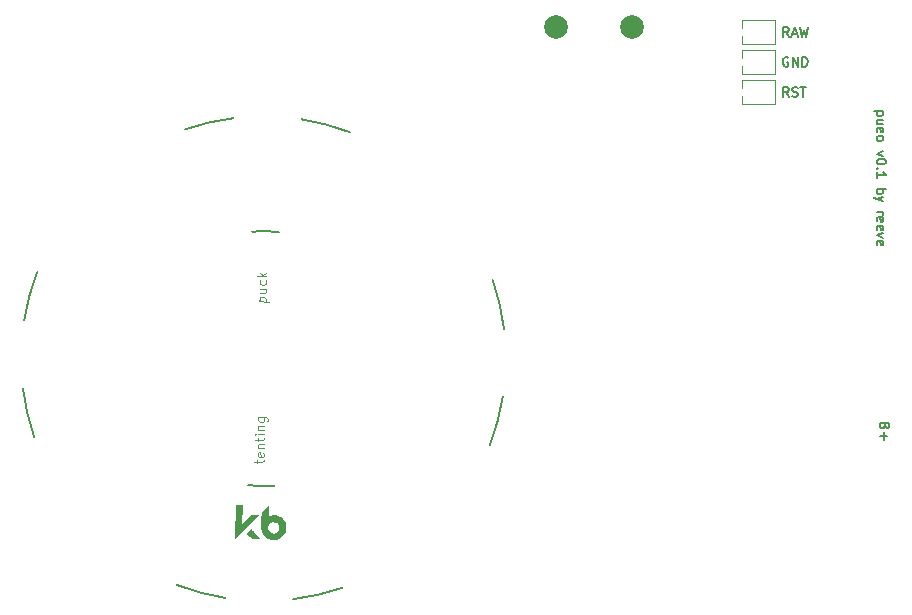
<source format=gbr>
%TF.GenerationSoftware,KiCad,Pcbnew,8.0.5*%
%TF.CreationDate,2024-09-22T11:05:02+10:00*%
%TF.ProjectId,pueo,7075656f-2e6b-4696-9361-645f70636258,0.1*%
%TF.SameCoordinates,Original*%
%TF.FileFunction,Legend,Top*%
%TF.FilePolarity,Positive*%
%FSLAX46Y46*%
G04 Gerber Fmt 4.6, Leading zero omitted, Abs format (unit mm)*
G04 Created by KiCad (PCBNEW 8.0.5) date 2024-09-22 11:05:02*
%MOMM*%
%LPD*%
G01*
G04 APERTURE LIST*
%ADD10C,0.150000*%
%ADD11C,0.100000*%
%ADD12C,0.120000*%
%ADD13C,0.200000*%
%ADD14C,0.010000*%
%ADD15C,2.000000*%
G04 APERTURE END LIST*
D10*
X200314948Y-54031160D02*
X199514948Y-54031160D01*
X200276852Y-54031160D02*
X200314948Y-54107350D01*
X200314948Y-54107350D02*
X200314948Y-54259731D01*
X200314948Y-54259731D02*
X200276852Y-54335922D01*
X200276852Y-54335922D02*
X200238757Y-54374017D01*
X200238757Y-54374017D02*
X200162567Y-54412112D01*
X200162567Y-54412112D02*
X199933995Y-54412112D01*
X199933995Y-54412112D02*
X199857805Y-54374017D01*
X199857805Y-54374017D02*
X199819710Y-54335922D01*
X199819710Y-54335922D02*
X199781614Y-54259731D01*
X199781614Y-54259731D02*
X199781614Y-54107350D01*
X199781614Y-54107350D02*
X199819710Y-54031160D01*
X200314948Y-55097827D02*
X199781614Y-55097827D01*
X200314948Y-54754970D02*
X199895900Y-54754970D01*
X199895900Y-54754970D02*
X199819710Y-54793065D01*
X199819710Y-54793065D02*
X199781614Y-54869255D01*
X199781614Y-54869255D02*
X199781614Y-54983541D01*
X199781614Y-54983541D02*
X199819710Y-55059732D01*
X199819710Y-55059732D02*
X199857805Y-55097827D01*
X199819710Y-55783542D02*
X199781614Y-55707351D01*
X199781614Y-55707351D02*
X199781614Y-55554970D01*
X199781614Y-55554970D02*
X199819710Y-55478780D01*
X199819710Y-55478780D02*
X199895900Y-55440684D01*
X199895900Y-55440684D02*
X200200662Y-55440684D01*
X200200662Y-55440684D02*
X200276852Y-55478780D01*
X200276852Y-55478780D02*
X200314948Y-55554970D01*
X200314948Y-55554970D02*
X200314948Y-55707351D01*
X200314948Y-55707351D02*
X200276852Y-55783542D01*
X200276852Y-55783542D02*
X200200662Y-55821637D01*
X200200662Y-55821637D02*
X200124471Y-55821637D01*
X200124471Y-55821637D02*
X200048281Y-55440684D01*
X199781614Y-56278779D02*
X199819710Y-56202589D01*
X199819710Y-56202589D02*
X199857805Y-56164494D01*
X199857805Y-56164494D02*
X199933995Y-56126398D01*
X199933995Y-56126398D02*
X200162567Y-56126398D01*
X200162567Y-56126398D02*
X200238757Y-56164494D01*
X200238757Y-56164494D02*
X200276852Y-56202589D01*
X200276852Y-56202589D02*
X200314948Y-56278779D01*
X200314948Y-56278779D02*
X200314948Y-56393065D01*
X200314948Y-56393065D02*
X200276852Y-56469256D01*
X200276852Y-56469256D02*
X200238757Y-56507351D01*
X200238757Y-56507351D02*
X200162567Y-56545446D01*
X200162567Y-56545446D02*
X199933995Y-56545446D01*
X199933995Y-56545446D02*
X199857805Y-56507351D01*
X199857805Y-56507351D02*
X199819710Y-56469256D01*
X199819710Y-56469256D02*
X199781614Y-56393065D01*
X199781614Y-56393065D02*
X199781614Y-56278779D01*
X200314948Y-57421637D02*
X199781614Y-57612113D01*
X199781614Y-57612113D02*
X200314948Y-57802590D01*
X200581614Y-58259733D02*
X200581614Y-58335923D01*
X200581614Y-58335923D02*
X200543519Y-58412114D01*
X200543519Y-58412114D02*
X200505424Y-58450209D01*
X200505424Y-58450209D02*
X200429233Y-58488304D01*
X200429233Y-58488304D02*
X200276852Y-58526399D01*
X200276852Y-58526399D02*
X200086376Y-58526399D01*
X200086376Y-58526399D02*
X199933995Y-58488304D01*
X199933995Y-58488304D02*
X199857805Y-58450209D01*
X199857805Y-58450209D02*
X199819710Y-58412114D01*
X199819710Y-58412114D02*
X199781614Y-58335923D01*
X199781614Y-58335923D02*
X199781614Y-58259733D01*
X199781614Y-58259733D02*
X199819710Y-58183542D01*
X199819710Y-58183542D02*
X199857805Y-58145447D01*
X199857805Y-58145447D02*
X199933995Y-58107352D01*
X199933995Y-58107352D02*
X200086376Y-58069256D01*
X200086376Y-58069256D02*
X200276852Y-58069256D01*
X200276852Y-58069256D02*
X200429233Y-58107352D01*
X200429233Y-58107352D02*
X200505424Y-58145447D01*
X200505424Y-58145447D02*
X200543519Y-58183542D01*
X200543519Y-58183542D02*
X200581614Y-58259733D01*
X199857805Y-58869257D02*
X199819710Y-58907352D01*
X199819710Y-58907352D02*
X199781614Y-58869257D01*
X199781614Y-58869257D02*
X199819710Y-58831161D01*
X199819710Y-58831161D02*
X199857805Y-58869257D01*
X199857805Y-58869257D02*
X199781614Y-58869257D01*
X199781614Y-59669256D02*
X199781614Y-59212113D01*
X199781614Y-59440685D02*
X200581614Y-59440685D01*
X200581614Y-59440685D02*
X200467329Y-59364494D01*
X200467329Y-59364494D02*
X200391138Y-59288304D01*
X200391138Y-59288304D02*
X200353043Y-59212113D01*
X199781614Y-60621638D02*
X200581614Y-60621638D01*
X200276852Y-60621638D02*
X200314948Y-60697828D01*
X200314948Y-60697828D02*
X200314948Y-60850209D01*
X200314948Y-60850209D02*
X200276852Y-60926400D01*
X200276852Y-60926400D02*
X200238757Y-60964495D01*
X200238757Y-60964495D02*
X200162567Y-61002590D01*
X200162567Y-61002590D02*
X199933995Y-61002590D01*
X199933995Y-61002590D02*
X199857805Y-60964495D01*
X199857805Y-60964495D02*
X199819710Y-60926400D01*
X199819710Y-60926400D02*
X199781614Y-60850209D01*
X199781614Y-60850209D02*
X199781614Y-60697828D01*
X199781614Y-60697828D02*
X199819710Y-60621638D01*
X200314948Y-61269257D02*
X199781614Y-61459733D01*
X200314948Y-61650210D02*
X199781614Y-61459733D01*
X199781614Y-61459733D02*
X199591138Y-61383543D01*
X199591138Y-61383543D02*
X199553043Y-61345448D01*
X199553043Y-61345448D02*
X199514948Y-61269257D01*
X199781614Y-62564496D02*
X200314948Y-62564496D01*
X200162567Y-62564496D02*
X200238757Y-62602591D01*
X200238757Y-62602591D02*
X200276852Y-62640686D01*
X200276852Y-62640686D02*
X200314948Y-62716877D01*
X200314948Y-62716877D02*
X200314948Y-62793067D01*
X199819710Y-63364496D02*
X199781614Y-63288305D01*
X199781614Y-63288305D02*
X199781614Y-63135924D01*
X199781614Y-63135924D02*
X199819710Y-63059734D01*
X199819710Y-63059734D02*
X199895900Y-63021638D01*
X199895900Y-63021638D02*
X200200662Y-63021638D01*
X200200662Y-63021638D02*
X200276852Y-63059734D01*
X200276852Y-63059734D02*
X200314948Y-63135924D01*
X200314948Y-63135924D02*
X200314948Y-63288305D01*
X200314948Y-63288305D02*
X200276852Y-63364496D01*
X200276852Y-63364496D02*
X200200662Y-63402591D01*
X200200662Y-63402591D02*
X200124471Y-63402591D01*
X200124471Y-63402591D02*
X200048281Y-63021638D01*
X199819710Y-64050210D02*
X199781614Y-63974019D01*
X199781614Y-63974019D02*
X199781614Y-63821638D01*
X199781614Y-63821638D02*
X199819710Y-63745448D01*
X199819710Y-63745448D02*
X199895900Y-63707352D01*
X199895900Y-63707352D02*
X200200662Y-63707352D01*
X200200662Y-63707352D02*
X200276852Y-63745448D01*
X200276852Y-63745448D02*
X200314948Y-63821638D01*
X200314948Y-63821638D02*
X200314948Y-63974019D01*
X200314948Y-63974019D02*
X200276852Y-64050210D01*
X200276852Y-64050210D02*
X200200662Y-64088305D01*
X200200662Y-64088305D02*
X200124471Y-64088305D01*
X200124471Y-64088305D02*
X200048281Y-63707352D01*
X200314948Y-64354971D02*
X199781614Y-64545447D01*
X199781614Y-64545447D02*
X200314948Y-64735924D01*
X199819710Y-65345448D02*
X199781614Y-65269257D01*
X199781614Y-65269257D02*
X199781614Y-65116876D01*
X199781614Y-65116876D02*
X199819710Y-65040686D01*
X199819710Y-65040686D02*
X199895900Y-65002590D01*
X199895900Y-65002590D02*
X200200662Y-65002590D01*
X200200662Y-65002590D02*
X200276852Y-65040686D01*
X200276852Y-65040686D02*
X200314948Y-65116876D01*
X200314948Y-65116876D02*
X200314948Y-65269257D01*
X200314948Y-65269257D02*
X200276852Y-65345448D01*
X200276852Y-65345448D02*
X200200662Y-65383543D01*
X200200662Y-65383543D02*
X200124471Y-65383543D01*
X200124471Y-65383543D02*
X200048281Y-65002590D01*
X200478350Y-80688146D02*
X200440255Y-80802432D01*
X200440255Y-80802432D02*
X200402159Y-80840527D01*
X200402159Y-80840527D02*
X200325969Y-80878623D01*
X200325969Y-80878623D02*
X200211683Y-80878623D01*
X200211683Y-80878623D02*
X200135493Y-80840527D01*
X200135493Y-80840527D02*
X200097398Y-80802432D01*
X200097398Y-80802432D02*
X200059302Y-80726242D01*
X200059302Y-80726242D02*
X200059302Y-80421480D01*
X200059302Y-80421480D02*
X200859302Y-80421480D01*
X200859302Y-80421480D02*
X200859302Y-80688146D01*
X200859302Y-80688146D02*
X200821207Y-80764337D01*
X200821207Y-80764337D02*
X200783112Y-80802432D01*
X200783112Y-80802432D02*
X200706921Y-80840527D01*
X200706921Y-80840527D02*
X200630731Y-80840527D01*
X200630731Y-80840527D02*
X200554540Y-80802432D01*
X200554540Y-80802432D02*
X200516445Y-80764337D01*
X200516445Y-80764337D02*
X200478350Y-80688146D01*
X200478350Y-80688146D02*
X200478350Y-80421480D01*
X200364064Y-81221480D02*
X200364064Y-81831004D01*
X200059302Y-81526242D02*
X200668826Y-81526242D01*
X192331916Y-47703703D02*
X192065249Y-47322750D01*
X191874773Y-47703703D02*
X191874773Y-46903703D01*
X191874773Y-46903703D02*
X192179535Y-46903703D01*
X192179535Y-46903703D02*
X192255725Y-46941798D01*
X192255725Y-46941798D02*
X192293820Y-46979893D01*
X192293820Y-46979893D02*
X192331916Y-47056084D01*
X192331916Y-47056084D02*
X192331916Y-47170369D01*
X192331916Y-47170369D02*
X192293820Y-47246560D01*
X192293820Y-47246560D02*
X192255725Y-47284655D01*
X192255725Y-47284655D02*
X192179535Y-47322750D01*
X192179535Y-47322750D02*
X191874773Y-47322750D01*
X192636677Y-47475131D02*
X193017630Y-47475131D01*
X192560487Y-47703703D02*
X192827154Y-46903703D01*
X192827154Y-46903703D02*
X193093820Y-47703703D01*
X193284296Y-46903703D02*
X193474772Y-47703703D01*
X193474772Y-47703703D02*
X193627153Y-47132274D01*
X193627153Y-47132274D02*
X193779534Y-47703703D01*
X193779534Y-47703703D02*
X193970011Y-46903703D01*
X192331913Y-52783705D02*
X192065246Y-52402752D01*
X191874770Y-52783705D02*
X191874770Y-51983705D01*
X191874770Y-51983705D02*
X192179532Y-51983705D01*
X192179532Y-51983705D02*
X192255722Y-52021800D01*
X192255722Y-52021800D02*
X192293817Y-52059895D01*
X192293817Y-52059895D02*
X192331913Y-52136086D01*
X192331913Y-52136086D02*
X192331913Y-52250371D01*
X192331913Y-52250371D02*
X192293817Y-52326562D01*
X192293817Y-52326562D02*
X192255722Y-52364657D01*
X192255722Y-52364657D02*
X192179532Y-52402752D01*
X192179532Y-52402752D02*
X191874770Y-52402752D01*
X192636674Y-52745610D02*
X192750960Y-52783705D01*
X192750960Y-52783705D02*
X192941436Y-52783705D01*
X192941436Y-52783705D02*
X193017627Y-52745610D01*
X193017627Y-52745610D02*
X193055722Y-52707514D01*
X193055722Y-52707514D02*
X193093817Y-52631324D01*
X193093817Y-52631324D02*
X193093817Y-52555133D01*
X193093817Y-52555133D02*
X193055722Y-52478943D01*
X193055722Y-52478943D02*
X193017627Y-52440848D01*
X193017627Y-52440848D02*
X192941436Y-52402752D01*
X192941436Y-52402752D02*
X192789055Y-52364657D01*
X192789055Y-52364657D02*
X192712865Y-52326562D01*
X192712865Y-52326562D02*
X192674770Y-52288467D01*
X192674770Y-52288467D02*
X192636674Y-52212276D01*
X192636674Y-52212276D02*
X192636674Y-52136086D01*
X192636674Y-52136086D02*
X192674770Y-52059895D01*
X192674770Y-52059895D02*
X192712865Y-52021800D01*
X192712865Y-52021800D02*
X192789055Y-51983705D01*
X192789055Y-51983705D02*
X192979532Y-51983705D01*
X192979532Y-51983705D02*
X193093817Y-52021800D01*
X193322389Y-51983705D02*
X193779532Y-51983705D01*
X193550960Y-52783705D02*
X193550960Y-51983705D01*
X192274768Y-49481798D02*
X192198578Y-49443703D01*
X192198578Y-49443703D02*
X192084292Y-49443703D01*
X192084292Y-49443703D02*
X191970006Y-49481798D01*
X191970006Y-49481798D02*
X191893816Y-49557988D01*
X191893816Y-49557988D02*
X191855721Y-49634179D01*
X191855721Y-49634179D02*
X191817625Y-49786560D01*
X191817625Y-49786560D02*
X191817625Y-49900846D01*
X191817625Y-49900846D02*
X191855721Y-50053227D01*
X191855721Y-50053227D02*
X191893816Y-50129417D01*
X191893816Y-50129417D02*
X191970006Y-50205608D01*
X191970006Y-50205608D02*
X192084292Y-50243703D01*
X192084292Y-50243703D02*
X192160483Y-50243703D01*
X192160483Y-50243703D02*
X192274768Y-50205608D01*
X192274768Y-50205608D02*
X192312864Y-50167512D01*
X192312864Y-50167512D02*
X192312864Y-49900846D01*
X192312864Y-49900846D02*
X192160483Y-49900846D01*
X192655721Y-50243703D02*
X192655721Y-49443703D01*
X192655721Y-49443703D02*
X193112864Y-50243703D01*
X193112864Y-50243703D02*
X193112864Y-49443703D01*
X193493816Y-50243703D02*
X193493816Y-49443703D01*
X193493816Y-49443703D02*
X193684292Y-49443703D01*
X193684292Y-49443703D02*
X193798578Y-49481798D01*
X193798578Y-49481798D02*
X193874768Y-49557988D01*
X193874768Y-49557988D02*
X193912863Y-49634179D01*
X193912863Y-49634179D02*
X193950959Y-49786560D01*
X193950959Y-49786560D02*
X193950959Y-49900846D01*
X193950959Y-49900846D02*
X193912863Y-50053227D01*
X193912863Y-50053227D02*
X193874768Y-50129417D01*
X193874768Y-50129417D02*
X193798578Y-50205608D01*
X193798578Y-50205608D02*
X193684292Y-50243703D01*
X193684292Y-50243703D02*
X193493816Y-50243703D01*
D11*
X147348006Y-83826796D02*
X147353325Y-83522080D01*
X147083375Y-83707873D02*
X147768985Y-83719841D01*
X147768985Y-83719841D02*
X147845828Y-83683081D01*
X147845828Y-83683081D02*
X147885247Y-83607567D01*
X147885247Y-83607567D02*
X147886577Y-83531388D01*
X147858461Y-82959382D02*
X147895220Y-83036225D01*
X147895220Y-83036225D02*
X147892561Y-83188583D01*
X147892561Y-83188583D02*
X147853142Y-83264097D01*
X147853142Y-83264097D02*
X147776298Y-83300857D01*
X147776298Y-83300857D02*
X147471582Y-83295538D01*
X147471582Y-83295538D02*
X147396068Y-83256119D01*
X147396068Y-83256119D02*
X147359309Y-83179275D01*
X147359309Y-83179275D02*
X147361968Y-83026917D01*
X147361968Y-83026917D02*
X147401387Y-82951403D01*
X147401387Y-82951403D02*
X147478231Y-82914644D01*
X147478231Y-82914644D02*
X147554410Y-82915973D01*
X147554410Y-82915973D02*
X147623940Y-83298197D01*
X147369946Y-82569845D02*
X147903199Y-82579152D01*
X147446125Y-82571174D02*
X147408701Y-82532420D01*
X147408701Y-82532420D02*
X147371941Y-82455576D01*
X147371941Y-82455576D02*
X147373936Y-82341308D01*
X147373936Y-82341308D02*
X147413355Y-82265794D01*
X147413355Y-82265794D02*
X147490198Y-82229034D01*
X147490198Y-82229034D02*
X147909182Y-82236348D01*
X147380584Y-81960413D02*
X147385903Y-81655698D01*
X147115953Y-81841491D02*
X147801562Y-81853458D01*
X147801562Y-81853458D02*
X147878406Y-81816698D01*
X147878406Y-81816698D02*
X147917825Y-81741184D01*
X147917825Y-81741184D02*
X147919155Y-81665006D01*
X147923809Y-81398379D02*
X147390557Y-81389071D01*
X147123931Y-81384417D02*
X147161355Y-81423172D01*
X147161355Y-81423172D02*
X147200110Y-81385747D01*
X147200110Y-81385747D02*
X147162685Y-81346993D01*
X147162685Y-81346993D02*
X147123931Y-81384417D01*
X147123931Y-81384417D02*
X147200110Y-81385747D01*
X147397205Y-81008177D02*
X147930458Y-81017485D01*
X147473384Y-81009507D02*
X147435960Y-80970753D01*
X147435960Y-80970753D02*
X147399200Y-80893909D01*
X147399200Y-80893909D02*
X147401195Y-80779641D01*
X147401195Y-80779641D02*
X147440614Y-80704127D01*
X147440614Y-80704127D02*
X147517457Y-80667367D01*
X147517457Y-80667367D02*
X147936441Y-80674680D01*
X147415821Y-79941673D02*
X148063342Y-79952975D01*
X148063342Y-79952975D02*
X148138856Y-79992394D01*
X148138856Y-79992394D02*
X148176280Y-80031149D01*
X148176280Y-80031149D02*
X148213040Y-80107992D01*
X148213040Y-80107992D02*
X148211045Y-80222261D01*
X148211045Y-80222261D02*
X148171626Y-80297775D01*
X147910984Y-79950316D02*
X147947744Y-80027160D01*
X147947744Y-80027160D02*
X147945084Y-80179517D01*
X147945084Y-80179517D02*
X147905665Y-80255031D01*
X147905665Y-80255031D02*
X147866911Y-80292456D01*
X147866911Y-80292456D02*
X147790067Y-80329216D01*
X147790067Y-80329216D02*
X147561531Y-80325226D01*
X147561531Y-80325226D02*
X147486017Y-80285807D01*
X147486017Y-80285807D02*
X147448592Y-80247053D01*
X147448592Y-80247053D02*
X147411832Y-80170209D01*
X147411832Y-80170209D02*
X147414492Y-80017852D01*
X147414492Y-80017852D02*
X147453911Y-79942338D01*
X147523446Y-70137269D02*
X148323324Y-70151231D01*
X147561536Y-70137934D02*
X147524776Y-70061090D01*
X147524776Y-70061090D02*
X147527435Y-69908732D01*
X147527435Y-69908732D02*
X147566854Y-69833218D01*
X147566854Y-69833218D02*
X147605609Y-69795794D01*
X147605609Y-69795794D02*
X147682452Y-69759034D01*
X147682452Y-69759034D02*
X147910989Y-69763023D01*
X147910989Y-69763023D02*
X147986503Y-69802442D01*
X147986503Y-69802442D02*
X148023928Y-69841197D01*
X148023928Y-69841197D02*
X148060687Y-69918040D01*
X148060687Y-69918040D02*
X148058028Y-70070398D01*
X148058028Y-70070398D02*
X148018609Y-70145912D01*
X147542062Y-69070764D02*
X148075314Y-69080072D01*
X147536078Y-69413569D02*
X147955062Y-69420883D01*
X147955062Y-69420883D02*
X148031906Y-69384123D01*
X148031906Y-69384123D02*
X148071325Y-69308609D01*
X148071325Y-69308609D02*
X148073320Y-69194340D01*
X148073320Y-69194340D02*
X148036560Y-69117497D01*
X148036560Y-69117497D02*
X147999135Y-69078742D01*
X148049857Y-68355708D02*
X148086617Y-68432551D01*
X148086617Y-68432551D02*
X148083957Y-68584909D01*
X148083957Y-68584909D02*
X148044538Y-68660423D01*
X148044538Y-68660423D02*
X148005784Y-68697848D01*
X148005784Y-68697848D02*
X147928940Y-68734607D01*
X147928940Y-68734607D02*
X147700404Y-68730618D01*
X147700404Y-68730618D02*
X147624889Y-68691199D01*
X147624889Y-68691199D02*
X147587465Y-68652445D01*
X147587465Y-68652445D02*
X147550705Y-68575601D01*
X147550705Y-68575601D02*
X147553365Y-68423243D01*
X147553365Y-68423243D02*
X147592784Y-68347729D01*
X148093930Y-68013568D02*
X147294052Y-67999606D01*
X147790544Y-67932070D02*
X148099249Y-67708852D01*
X147565997Y-67699544D02*
X147865393Y-68009579D01*
D12*
%TO.C,MCU1*%
X188345005Y-49561411D02*
X188345006Y-48881409D01*
X188345006Y-48341409D02*
X188345008Y-47661408D01*
X188345006Y-48881409D02*
X191145005Y-48881410D01*
X188345007Y-47011408D02*
X188345008Y-46341405D01*
X188345007Y-50881407D02*
X188345007Y-50211409D01*
X188345007Y-51421408D02*
X191145005Y-51421410D01*
X188345007Y-52086408D02*
X188345007Y-51421408D01*
X188345007Y-53421408D02*
X188345007Y-52736409D01*
X188345008Y-46341405D02*
X191145007Y-46341408D01*
X191145005Y-48881410D02*
X191145008Y-50881409D01*
X191145005Y-51421410D02*
X191145006Y-53421408D01*
X191145006Y-48341407D02*
X188345006Y-48341409D01*
X191145006Y-53421408D02*
X188345007Y-53421408D01*
X191145007Y-46341408D02*
X191145006Y-48341407D01*
X191145008Y-50881409D02*
X188345007Y-50881407D01*
D13*
%TO.C,REF\u002A\u002A*%
X127594448Y-71764709D02*
G75*
G02*
X128700594Y-67632837I20266975J-3211683D01*
G01*
X128455979Y-81646797D02*
G75*
G02*
X127494708Y-77478839I19405457J6670381D01*
G01*
X141191092Y-55570903D02*
G75*
G02*
X145359051Y-54609632I6670428J-19405665D01*
G01*
X144649785Y-95243442D02*
G75*
G02*
X140517915Y-94137297I3211698J20267035D01*
G01*
X146920637Y-64222485D02*
G75*
G02*
X148049882Y-64183051I940841J-10753843D01*
G01*
X147673084Y-85769763D02*
G75*
G02*
X146545903Y-85690943I188392J10793277D01*
G01*
X148049882Y-64183051D02*
G75*
G02*
X149177063Y-64261872I-188397J-10793256D01*
G01*
X148802329Y-85730329D02*
G75*
G02*
X147673084Y-85769763I-940820J10753111D01*
G01*
X151073181Y-54709372D02*
G75*
G02*
X155205052Y-55815517I-3211698J-20267035D01*
G01*
X154531873Y-94381911D02*
G75*
G02*
X150363915Y-95343182I-6670471J19405846D01*
G01*
X167266988Y-68306019D02*
G75*
G02*
X168228259Y-72473975I-19405915J-6670484D01*
G01*
X168128518Y-78188105D02*
G75*
G02*
X167022373Y-82319975I-20266866J3211655D01*
G01*
D14*
X146017723Y-87394429D02*
X145989213Y-89027738D01*
X146806046Y-88239174D01*
X147094316Y-88247300D01*
X147382586Y-88255426D01*
X146520480Y-89100645D01*
X146400483Y-89218292D01*
X146283668Y-89332820D01*
X146171273Y-89443015D01*
X146064539Y-89547661D01*
X145964702Y-89645545D01*
X145873005Y-89735451D01*
X145790685Y-89816164D01*
X145718980Y-89886468D01*
X145659131Y-89945150D01*
X145612377Y-89990995D01*
X145579956Y-90022786D01*
X145565933Y-90036541D01*
X145473492Y-90127217D01*
X145521338Y-87385767D01*
X146017723Y-87394429D01*
G36*
X146017723Y-87394429D02*
G01*
X145989213Y-89027738D01*
X146806046Y-88239174D01*
X147094316Y-88247300D01*
X147382586Y-88255426D01*
X146520480Y-89100645D01*
X146400483Y-89218292D01*
X146283668Y-89332820D01*
X146171273Y-89443015D01*
X146064539Y-89547661D01*
X145964702Y-89645545D01*
X145873005Y-89735451D01*
X145790685Y-89816164D01*
X145718980Y-89886468D01*
X145659131Y-89945150D01*
X145612377Y-89990995D01*
X145579956Y-90022786D01*
X145565933Y-90036541D01*
X145473492Y-90127217D01*
X145521338Y-87385767D01*
X146017723Y-87394429D01*
G37*
X146788775Y-89448288D02*
X146811076Y-89471544D01*
X146844930Y-89507671D01*
X146888387Y-89554528D01*
X146939495Y-89609975D01*
X146996302Y-89671870D01*
X147056855Y-89738072D01*
X147119203Y-89806440D01*
X147181395Y-89874834D01*
X147241477Y-89941112D01*
X147297500Y-90003134D01*
X147347508Y-90058758D01*
X147389553Y-90105844D01*
X147421681Y-90142250D01*
X147441940Y-90165836D01*
X147444186Y-90168567D01*
X147471895Y-90202691D01*
X146851976Y-90191874D01*
X146681725Y-90012804D01*
X146628947Y-89957130D01*
X146579569Y-89904747D01*
X146536549Y-89858809D01*
X146502833Y-89822469D01*
X146481373Y-89798882D01*
X146478257Y-89795335D01*
X146445040Y-89756935D01*
X146608867Y-89598426D01*
X146659432Y-89549847D01*
X146704409Y-89507299D01*
X146741156Y-89473223D01*
X146767045Y-89450051D01*
X146779449Y-89440218D01*
X146779983Y-89440044D01*
X146788775Y-89448288D01*
G36*
X146788775Y-89448288D02*
G01*
X146811076Y-89471544D01*
X146844930Y-89507671D01*
X146888387Y-89554528D01*
X146939495Y-89609975D01*
X146996302Y-89671870D01*
X147056855Y-89738072D01*
X147119203Y-89806440D01*
X147181395Y-89874834D01*
X147241477Y-89941112D01*
X147297500Y-90003134D01*
X147347508Y-90058758D01*
X147389553Y-90105844D01*
X147421681Y-90142250D01*
X147441940Y-90165836D01*
X147444186Y-90168567D01*
X147471895Y-90202691D01*
X146851976Y-90191874D01*
X146681725Y-90012804D01*
X146628947Y-89957130D01*
X146579569Y-89904747D01*
X146536549Y-89858809D01*
X146502833Y-89822469D01*
X146481373Y-89798882D01*
X146478257Y-89795335D01*
X146445040Y-89756935D01*
X146608867Y-89598426D01*
X146659432Y-89549847D01*
X146704409Y-89507299D01*
X146741156Y-89473223D01*
X146767045Y-89450051D01*
X146779449Y-89440218D01*
X146779983Y-89440044D01*
X146788775Y-89448288D01*
G37*
X148213712Y-87932176D02*
X148212079Y-88036405D01*
X148210880Y-88133149D01*
X148210113Y-88220030D01*
X148209786Y-88294697D01*
X148209906Y-88354783D01*
X148210480Y-88397923D01*
X148211514Y-88421752D01*
X148212350Y-88425797D01*
X148224891Y-88419701D01*
X148250019Y-88403794D01*
X148274462Y-88387018D01*
X148390362Y-88318306D01*
X148513417Y-88271343D01*
X148644263Y-88245946D01*
X148783555Y-88241939D01*
X148801353Y-88242918D01*
X148890860Y-88251033D01*
X148967123Y-88264303D01*
X149038422Y-88285042D01*
X149113040Y-88315566D01*
X149182311Y-88349419D01*
X149308910Y-88426943D01*
X149420208Y-88520870D01*
X149515220Y-88629534D01*
X149592965Y-88751230D01*
X149652463Y-88884278D01*
X149692731Y-89026973D01*
X149712786Y-89177624D01*
X149714781Y-89267342D01*
X149701831Y-89419617D01*
X149667956Y-89563612D01*
X149612389Y-89701899D01*
X149553277Y-89807803D01*
X149465479Y-89926582D01*
X149362051Y-90029642D01*
X149245195Y-90115937D01*
X149117105Y-90184426D01*
X148979982Y-90234063D01*
X148836021Y-90263808D01*
X148687435Y-90272615D01*
X148587272Y-90266369D01*
X148443120Y-90238983D01*
X148303381Y-90190261D01*
X148171380Y-90121968D01*
X148050444Y-90035847D01*
X147943905Y-89933645D01*
X147935667Y-89924335D01*
X147856366Y-89818815D01*
X147788747Y-89699435D01*
X147735786Y-89572628D01*
X147700462Y-89444827D01*
X147692401Y-89398235D01*
X147690283Y-89369798D01*
X147688809Y-89319693D01*
X147688324Y-89278004D01*
X148184486Y-89278004D01*
X148193353Y-89375722D01*
X148222141Y-89470258D01*
X148249844Y-89524895D01*
X148315227Y-89614332D01*
X148393459Y-89686586D01*
X148481961Y-89740642D01*
X148578154Y-89775448D01*
X148679457Y-89790012D01*
X148783290Y-89783302D01*
X148856443Y-89765288D01*
X148899714Y-89749955D01*
X148940917Y-89733311D01*
X148957218Y-89725819D01*
X149003036Y-89695610D01*
X149053157Y-89650282D01*
X149102176Y-89595675D01*
X149144682Y-89537619D01*
X149166834Y-89499667D01*
X149187784Y-89455780D01*
X149201102Y-89417400D01*
X149209190Y-89375247D01*
X149214483Y-89320027D01*
X149214852Y-89314738D01*
X149213356Y-89207451D01*
X149192212Y-89109175D01*
X149150195Y-89014994D01*
X149132928Y-88986170D01*
X149069755Y-88907151D01*
X148992036Y-88843618D01*
X148903207Y-88796561D01*
X148806709Y-88766995D01*
X148705979Y-88755915D01*
X148604469Y-88764327D01*
X148505603Y-88793231D01*
X148491493Y-88799271D01*
X148402630Y-88850677D01*
X148327461Y-88917590D01*
X148267025Y-88996893D01*
X148222359Y-89085474D01*
X148194499Y-89180215D01*
X148184486Y-89278004D01*
X147688324Y-89278004D01*
X147688223Y-89269341D01*
X147687988Y-89249331D01*
X147687806Y-89160125D01*
X147688264Y-89053488D01*
X147689361Y-88930832D01*
X147691092Y-88793571D01*
X147693457Y-88643114D01*
X147693659Y-88631382D01*
X147705644Y-87939770D01*
X148222172Y-87438682D01*
X148213712Y-87932176D01*
G36*
X148213712Y-87932176D02*
G01*
X148212079Y-88036405D01*
X148210880Y-88133149D01*
X148210113Y-88220030D01*
X148209786Y-88294697D01*
X148209906Y-88354783D01*
X148210480Y-88397923D01*
X148211514Y-88421752D01*
X148212350Y-88425797D01*
X148224891Y-88419701D01*
X148250019Y-88403794D01*
X148274462Y-88387018D01*
X148390362Y-88318306D01*
X148513417Y-88271343D01*
X148644263Y-88245946D01*
X148783555Y-88241939D01*
X148801353Y-88242918D01*
X148890860Y-88251033D01*
X148967123Y-88264303D01*
X149038422Y-88285042D01*
X149113040Y-88315566D01*
X149182311Y-88349419D01*
X149308910Y-88426943D01*
X149420208Y-88520870D01*
X149515220Y-88629534D01*
X149592965Y-88751230D01*
X149652463Y-88884278D01*
X149692731Y-89026973D01*
X149712786Y-89177624D01*
X149714781Y-89267342D01*
X149701831Y-89419617D01*
X149667956Y-89563612D01*
X149612389Y-89701899D01*
X149553277Y-89807803D01*
X149465479Y-89926582D01*
X149362051Y-90029642D01*
X149245195Y-90115937D01*
X149117105Y-90184426D01*
X148979982Y-90234063D01*
X148836021Y-90263808D01*
X148687435Y-90272615D01*
X148587272Y-90266369D01*
X148443120Y-90238983D01*
X148303381Y-90190261D01*
X148171380Y-90121968D01*
X148050444Y-90035847D01*
X147943905Y-89933645D01*
X147935667Y-89924335D01*
X147856366Y-89818815D01*
X147788747Y-89699435D01*
X147735786Y-89572628D01*
X147700462Y-89444827D01*
X147692401Y-89398235D01*
X147690283Y-89369798D01*
X147688809Y-89319693D01*
X147688324Y-89278004D01*
X148184486Y-89278004D01*
X148193353Y-89375722D01*
X148222141Y-89470258D01*
X148249844Y-89524895D01*
X148315227Y-89614332D01*
X148393459Y-89686586D01*
X148481961Y-89740642D01*
X148578154Y-89775448D01*
X148679457Y-89790012D01*
X148783290Y-89783302D01*
X148856443Y-89765288D01*
X148899714Y-89749955D01*
X148940917Y-89733311D01*
X148957218Y-89725819D01*
X149003036Y-89695610D01*
X149053157Y-89650282D01*
X149102176Y-89595675D01*
X149144682Y-89537619D01*
X149166834Y-89499667D01*
X149187784Y-89455780D01*
X149201102Y-89417400D01*
X149209190Y-89375247D01*
X149214483Y-89320027D01*
X149214852Y-89314738D01*
X149213356Y-89207451D01*
X149192212Y-89109175D01*
X149150195Y-89014994D01*
X149132928Y-88986170D01*
X149069755Y-88907151D01*
X148992036Y-88843618D01*
X148903207Y-88796561D01*
X148806709Y-88766995D01*
X148705979Y-88755915D01*
X148604469Y-88764327D01*
X148505603Y-88793231D01*
X148491493Y-88799271D01*
X148402630Y-88850677D01*
X148327461Y-88917590D01*
X148267025Y-88996893D01*
X148222359Y-89085474D01*
X148194499Y-89180215D01*
X148184486Y-89278004D01*
X147688324Y-89278004D01*
X147688223Y-89269341D01*
X147687988Y-89249331D01*
X147687806Y-89160125D01*
X147688264Y-89053488D01*
X147689361Y-88930832D01*
X147691092Y-88793571D01*
X147693457Y-88643114D01*
X147693659Y-88631382D01*
X147705644Y-87939770D01*
X148222172Y-87438682D01*
X148213712Y-87932176D01*
G37*
%TD*%
D15*
%TO.C,SW16*%
X172605597Y-46874244D03*
X179105597Y-46874244D03*
%TD*%
M02*

</source>
